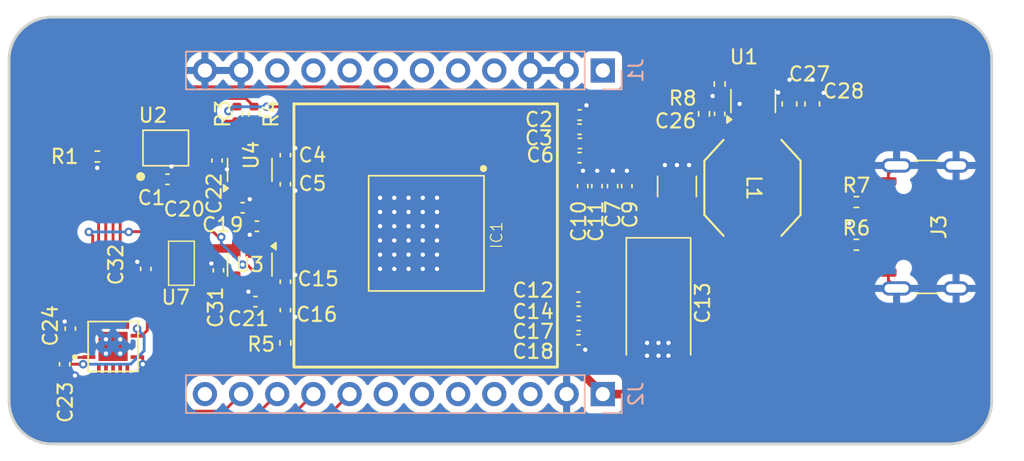
<source format=kicad_pcb>
(kicad_pcb (version 20240108) (generator "pcbnew") (generator_version "8.0")
  (layers (0 "F.Cu" signal) (31 "B.Cu" signal) (34 "B.Paste" user) (35 "F.Paste" user) (36 "B.SilkS" user "B.Silkscreen") (37 "F.SilkS" user "F.Silkscreen") (38 "B.Mask" user) (39 "F.Mask" user) (44 "Edge.Cuts" user))
  (net 0 "")
  (net 1 "/BM1397/1V8")
  (net 2 "GND")
  (net 3 "Net-(IC1-VDD1_0)")
  (net 4 "Net-(IC1-VDD2_0)")
  (net 5 "/BM1397/0V8")
  (net 6 "Net-(IC1-VDD3_0)")
  (net 7 "/BM1397/VDD")
  (net 8 "Net-(IC1-VDD3_1)")
  (net 9 "Net-(IC1-VDD2_1)")
  (net 10 "Net-(IC1-VDD1_1)")
  (net 11 "/BM1397/VBUS")
  (net 12 "/BM1397/3V3")
  (net 13 "Net-(U1-SW)")
  (net 14 "Net-(U1-CB)")
  (net 16 "/BM1397/BM_BI")
  (net 18 "/BM1397/TEMP_N")
  (net 19 "Net-(IC1-CI)")
  (net 20 "Net-(IC1-RI)")
  (net 21 "Net-(IC1-RO)")
  (net 22 "/BM1397/RST_N")
  (net 23 "/BM1397/BM_CLKI")
  (net 27 "/BM1397/TEMP_P")
  (net 32 "/T_Display_S3/GPIO11")
  (net 33 "/T_Display_S3/GPIO10")
  (net 34 "/T_Display_S3/GPIO2")
  (net 35 "/T_Display_S3/GPIO13")
  (net 36 "/T_Display_S3/GPIO1")
  (net 37 "/T_Display_S3/GPIO3")
  (net 38 "/T_Display_S3/GPIO12")
  (net 41 "unconnected-(J3-D+-PadA6)")
  (net 43 "unconnected-(J3-D--PadA7)")
  (net 44 "Net-(J3-CC1)")
  (net 46 "Net-(J3-CC2)")
  (net 48 "/BM1397/RO")
  (net 49 "/BM1397/CI")
  (net 50 "Net-(U1-FB)")
  (net 54 "/T_Display_S3/GPIO16")
  (net 55 "/T_Display_S3/GPIO21")
  (net 56 "/T_Display_S3/GPIO43{slash}CLK_OUT1")
  (net 57 "/T_Display_S3/GPIO17")
  (net 58 "/T_Display_S3/GPIO44{slash}CLK_OUT2")
  (net 59 "/T_Display_S3/GPIO18")
  (footprint "Package_TO_SOT_SMD:SOT-23-5" (layer "F.Cu") (at 91.9 61.7375 90)
    (property "Reference" "U4")
    (property "Value" "MCP1824")
  )
  (footprint "Resistor_SMD:R_0402_1005Metric" (layer "F.Cu") (at 134.5 64)
    (property "Reference" "R7")
    (property "Value" "5.1k")
  )
  (footprint "Capacitor_SMD:C_0402_1005Metric" (layer "F.Cu") (at 94.4 62.7454 -90)
    (property "Reference" "C5")
    (property "Value" "587-5514-1-ND")
  )
  (footprint "Capacitor_SMD:C_0402_1005Metric" (layer "F.Cu") (at 115.08 59.88 180)
    (property "Reference" "C6")
    (property "Value" "587-5514-1-ND")
  )
  (footprint "Capacitor_SMD:C_0603_1608Metric" (layer "F.Cu") (at 131.4 57.1 90)
    (property "Reference" "C28")
    (property "Value" "0.1uF")
  )
  (footprint "Resistor_SMD:R_0402_1005Metric" (layer "F.Cu") (at 81.2 60.8)
    (property "Reference" "R1")
    (property "Value" "1k")
  )
  (footprint "bitaxe:TXB0104" (layer "F.Cu") (at 82.3 74.15)
    (property "Reference" "U5" (hide yes))
    (property "Value" "TXB0104RGYR")
  )
  (footprint "Capacitor_SMD:C_0402_1005Metric" (layer "F.Cu") (at 89.7 68.8 90)
    (property "Reference" "C31")
    (property "Value" "1uF")
  )
  (footprint "Resistor_SMD:R_0402_1005Metric" (layer "F.Cu") (at 92.2 57.8 -90)
    (property "Reference" "R4")
    (property "Value" "0")
  )
  (footprint "Capacitor_SMD:C_0402_1005Metric" (layer "F.Cu") (at 115.06 57.88 180)
    (property "Reference" "C2")
    (property "Value" "587-5514-1-ND")
  )
  (footprint "Resistor_SMD:R_0402_1005Metric" (layer "F.Cu") (at 134.5 67)
    (property "Reference" "R6")
    (property "Value" "5.1k")
  )
  (footprint "Capacitor_SMD:C_0402_1005Metric" (layer "F.Cu") (at 78.9 75.4 -90)
    (property "Reference" "C23")
    (property "Value" "311-3342-1-ND")
  )
  (footprint "Capacitor_SMD:C_0402_1005Metric" (layer "F.Cu") (at 79.3 72.9 90)
    (property "Reference" "C24")
    (property "Value" "311-3342-1-ND")
  )
  (footprint "Capacitor_SMD:C_0402_1005Metric" (layer "F.Cu") (at 91.4 64.4)
    (property "Reference" "C20")
    (property "Value" "311-3342-1-ND")
  )
  (footprint "Resistor_SMD:R_0402_1005Metric" (layer "F.Cu") (at 124.9 55.7 -90)
    (property "Reference" "R9" (hide yes))
    (property "Value" "22.1k")
  )
  (footprint "Resistor_SMD:R_0402_1005Metric" (layer "F.Cu") (at 94.4 73.9 90)
    (property "Reference" "R5")
    (property "Value" "10k")
  )
  (footprint "Capacitor_SMD:C_0603_1608Metric" (layer "F.Cu") (at 129.8 57.1 90)
    (property "Reference" "C27")
    (property "Value" "2.2uF")
  )
  (footprint "Connector_USB:USB_C_Receptacle_GCT_USB4105-xx-A_16P_TopMnt_Horizontal" (layer "F.Cu") (at 140.425 65.75 90)
    (property "Reference" "J3")
    (property "Value" "USB_C_Receptacle_USB2.0")
  )
  (footprint "Capacitor_SMD:C_0402_1005Metric" (layer "F.Cu") (at 114.98 73.68)
    (property "Reference" "C18")
    (property "Value" "587-5514-1-ND")
  )
  (footprint "Capacitor_SMD:C_0402_1005Metric" (layer "F.Cu") (at 117.38 62.88 90)
    (property "Reference" "C7")
    (property "Value" "311-3342-1-ND")
  )
  (footprint "Capacitor_SMD:C_0402_1005Metric" (layer "F.Cu") (at 94.4 69.6 90)
    (property "Reference" "C15")
    (property "Value" "587-5514-1-ND")
  )
  (footprint "bitaxe:IND_SPM6530_TDK" (layer "F.Cu") (at 127.2 63 -90)
    (property "Reference" "L1")
    (property "Value" "2.2uH")
  )
  (footprint "Capacitor_SMD:C_0402_1005Metric" (layer "F.Cu") (at 115 72.68)
    (property "Reference" "C17")
    (property "Value" "587-5514-1-ND")
  )
  (footprint "Capacitor_SMD:C_0402_1005Metric" (layer "F.Cu") (at 84.6 68.7 90)
    (property "Reference" "C32")
    (property "Value" "1uF")
  )
  (footprint "Capacitor_SMD:C_0402_1005Metric" (layer "F.Cu") (at 115.06 58.88 180)
    (property "Reference" "C3")
    (property "Value" "587-5514-1-ND")
  )
  (footprint "Capacitor_SMD:C_0402_1005Metric" (layer "F.Cu") (at 115.28 62.88 90)
    (property "Reference" "C10")
    (property "Value" "587-5514-1-ND")
  )
  (footprint "bitaxe:O 25,0-JO32-B-1V3-1-T1-LF" (layer "F.Cu") (at 86 60.2)
    (property "Reference" "U2")
    (property "Value" "25MHz")
  )
  (footprint "Capacitor_SMD:C_0402_1005Metric" (layer "F.Cu") (at 86.12 62.4 180)
    (property "Reference" "C1")
    (property "Value" "311-3342-1-ND")
  )
  (footprint "Capacitor_Tantalum_SMD:CP_EIA-7343-31_Kemet-D_Pad2.25x2.55mm_HandSolder" (layer "F.Cu") (at 120.6 71.1 -90)
    (property "Reference" "C13")
    (property "Value" "330uF")
  )
  (footprint "Capacitor_SMD:C_0402_1005Metric" (layer "F.Cu") (at 124.9 57.8 -90)
    (property "Reference" "C26")
    (property "Value" "0.1uF")
  )
  (footprint "Capacitor_SMD:C_0402_1005Metric" (layer "F.Cu") (at 92.3 71 180)
    (property "Reference" "C21")
    (property "Value" "1uF")
  )
  (footprint "bitaxe:RT9080-33GJ5" (layer "F.Cu") (at 87.1 68.3 180)
    (property "Reference" "U7")
    (property "Value" "RT9080-33GJ5")
  )
  (footprint "Capacitor_SMD:C_0402_1005Metric" (layer "F.Cu") (at 94.4 60.7 90)
    (property "Reference" "C4")
    (property "Value" "587-5514-1-ND")
  )
  (footprint "Package_TO_SOT_SMD:SOT-23-6" (layer "F.Cu") (at 127.25 56.898394 90)
    (property "Reference" "U1")
    (property "Value" "LMR51430XDDCR")
  )
  (footprint "bitaxe:BM1397" (layer "F.Cu") (at 104.3 66.2 -90)
    (property "Reference" "IC1")
    (property "Value" "BM1397_mode1")
  )
  (footprint "Resistor_SMD:R_0402_1005Metric" (layer "F.Cu") (at 91 57.8 90)
    (property "Reference" "R3")
    (property "Value" "0")
  )
  (footprint "Capacitor_SMD:C_0402_1005Metric" (layer "F.Cu") (at 92.4 65.7 180)
    (property "Reference" "C19")
    (property "Value" "1uF")
  )
  (footprint "Capacitor_SMD:C_0402_1005Metric" (layer "F.Cu") (at 89.6 61.08 -90)
    (property "Reference" "C22")
    (property "Value" "1uF")
  )
  (footprint "Capacitor_SMD:C_0402_1005Metric" (layer "F.Cu") (at 115 71.68)
    (property "Reference" "C14")
    (property "Value" "587-5514-1-ND")
  )
  (footprint "Resistor_SMD:R_0402_1005Metric" (layer "F.Cu") (at 123.8 57.8 90)
    (property "Reference" "R8")
    (property "Value" "66.5k")
  )
  (footprint "Capacitor_SMD:C_0402_1005Metric" (layer "F.Cu") (at 116.28 62.88 90)
    (property "Reference" "C11")
    (property "Value" "587-5514-1-ND")
  )
  (footprint "Capacitor_SMD:C_0402_1005Metric" (layer "F.Cu") (at 114.98 70.68)
    (property "Reference" "C12")
    (property "Value" "587-5514-1-ND")
  )
  (footprint "Capacitor_SMD:C_1210_3225Metric" (layer "F.Cu") (at 121.9 62.9 90)
    (property "Reference" "C25" (hide yes))
    (property "Value" "100uF")
  )
  (footprint "Package_TO_SOT_SMD:SOT-23-5" (layer "F.Cu") (at 91.9 68.4 -90)
    (property "Reference" "U3")
    (property "Value" "MCP1824T-1802E")
  )
  (footprint "Capacitor_SMD:C_0402_1005Metric" (layer "F.Cu") (at 118.38 62.88 90)
    (property "Reference" "C9")
    (property "Value" "311-3342-1-ND")
  )
  (footprint "Capacitor_SMD:C_0402_1005Metric" (layer "F.Cu") (at 115.06 60.88 180)
    (property "Reference" "C8" (hide yes))
    (property "Value" "587-5514-1-ND")
  )
  (footprint "Capacitor_SMD:C_0402_1005Metric" (layer "F.Cu") (at 94.4 71.6 -90)
    (property "Reference" "C16")
    (property "Value" "587-5514-1-ND")
  )
  (footprint "Connector_PinHeader_2.54mm:PinHeader_1x12_P2.54mm_Vertical" (layer "B.Cu") (at 116.69 77.5 90)
    (property "Reference" "J2")
    (property "Value" "Conn_01x12")
  )
  (footprint "Connector_PinHeader_2.54mm:PinHeader_1x12_P2.54mm_Vertical" (layer "B.Cu") (at 116.69 54.75 90)
    (property "Reference" "J1")
    (property "Value" "Conn_01x12")
  )
  (gr_rect (start 95 57.1) (end 113.5 75.6) (stroke (width 0.2)) (fill none) (layer "F.SilkS"))
  (gr_arc (start 75 54) (mid 75.87868 51.87868) (end 78 51) (stroke (width 0.2)) (layer "Edge.Cuts"))
  (gr_arc (start 144 78) (mid 143.12132 80.12132) (end 141 81) (stroke (width 0.2)) (layer "Edge.Cuts"))
  (gr_line (start 78 81) (end 141 81) (stroke (width 0.2)) (layer "Edge.Cuts"))
  (gr_arc (start 141 51) (mid 143.12132 51.87868) (end 144 54) (stroke (width 0.2)) (layer "Edge.Cuts"))
  (gr_line (start 144 78) (end 144 54) (stroke (width 0.2)) (layer "Edge.Cuts"))
  (gr_arc (start 78 81) (mid 75.87868 80.12132) (end 75 78) (stroke (width 0.2)) (layer "Edge.Cuts"))
  (gr_line (start 141 51) (end 78 51) (stroke (width 0.2)) (layer "Edge.Cuts"))
  (gr_line (start 75 54) (end 75 78) (stroke (width 0.2)) (layer "Edge.Cuts"))
  (segment (start 89.7025 66.4625) (end 89.9 66.4625) (width 0.2) (layer "F.Cu") (net 1))
  (segment (start 79.32 73.4) (end 79.3 73.38) (width 0.2) (layer "F.Cu") (net 1))
  (segment (start 89.32 66.08) (end 83.42 66.08) (width 0.2) (layer "F.Cu") (net 1))
  (segment (start 100.6654 62.3) (end 100.7 62.2654) (width 0.2) (layer "F.Cu") (net 1))
  (segment (start 80.87 66.37) (end 80.87 71.81) (width 0.2) (layer "F.Cu") (net 1))
  (segment (start 89.32 66.08) (end 89.7025 66.4625) (width 0.2) (layer "F.Cu") (net 1))
  (segment (start 92.849999 70.950001) (end 92.849999 69.0375) (width 0.2) (layer "F.Cu") (net 1))
  (segment (start 92.849998 69.5375) (end 93.447099 70.1346) (width 0.2) (layer "F.Cu") (net 1))
  (segment (start 85.64 62.4) (end 89.32 66.08) (width 0.2) (layer "F.Cu") (net 1))
  (segment (start 94.4 73.390001) (end 92.78 71.770001) (width 0.2) (layer "F.Cu") (net 1))
  (segment (start 92.78 71.770001) (end 92.78 71.02) (width 0.2) (layer "F.Cu") (net 1))
  (segment (start 85.64 62.4) (end 85.64 59.84) (width 0.2) (layer "F.Cu") (net 1))
  (segment (start 85.64 62.4) (end 85.64 61.94) (width 0.2) (layer "F.Cu") (net 1))
  (segment (start 91.712499 68.4) (end 92.849999 69.5375) (width 0.2) (layer "F.Cu") (net 1))
  (segment (start 85.64 59.84) (end 84.95 59.15) (width 0.2) (layer "F.Cu") (net 1))
  (segment (start 85.64 61.94) (end 84.85 61.15) (width 0.2) (layer "F.Cu") (net 1))
  (segment (start 94.5346 62.3) (end 100.6654 62.3) (width 0.2) (layer "F.Cu") (net 1))
  (segment (start 80.87 71.81) (end 79.3 73.38) (width 0.2) (layer "F.Cu") (net 1))
  (segment (start 80.615 73.4) (end 79.32 73.4) (width 0.2) (layer "F.Cu") (net 1))
  (segment (start 93.447099 70.1346) (end 100.7 70.1346) (width 0.2) (layer "F.Cu") (net 1))
  (segment (start 91.4 68.4) (end 91.712499 68.4) (width 0.2) (layer "F.Cu") (net 1))
  (segment (start 83.42 66.08) (end 83.4 66.1) (width 0.2) (layer "F.Cu") (net 1))
  (segment (start 80.6 66.1) (end 80.87 66.37) (width 0.2) (layer "F.Cu") (net 1))
  (segment (start 84.85 59.25) (end 84.85 61.15) (width 0.2) (layer "F.Cu") (net 1))
  (segment (start 94.4 73.390001) (end 94.4 73.4) (width 0.2) (layer "F.Cu") (net 1))
  (segment (start 94.5 62.2654) (end 94.5346 62.3) (width 0.2) (layer "F.Cu") (net 1))
  (via (at 83.4 66.1) (size 0.6) (drill 0.3) (layers "F.Cu" "B.Cu") (net 1))
  (via (at 89.9 66.4625) (size 0.6) (drill 0.3) (layers "F.Cu" "B.Cu") (net 1))
  (via (at 80.6 66.1) (size 0.6) (drill 0.3) (layers "F.Cu" "B.Cu") (net 1))
  (via (at 91.4 68.4) (size 0.6) (drill 0.3) (layers "F.Cu" "B.Cu") (net 1))
  (segment (start 89.9 66.9) (end 89.9 66.4625) (width 0.2) (layer "B.Cu") (net 1))
  (segment (start 91.4 68.4) (end 89.9 66.9) (width 0.2) (layer "B.Cu") (net 1))
  (segment (start 83.4 66.1) (end 80.6 66.1) (width 0.2) (layer "B.Cu") (net 1))
  (segment (start 115.54 57.2) (end 115.54 57.88) (width 0.2) (layer "F.Cu") (net 2))
  (segment (start 102.14 63.61) (end 102.05 63.7) (width 0.2) (layer "F.Cu") (net 2))
  (segment (start 84.385 74.865) (end 84.37 74.85) (width 0.2) (layer "F.Cu") (net 2))
  (segment (start 84.58 68.199999) (end 84.600001 68.22) (width 0.2) (layer "F.Cu") (net 2))
  (segment (start 115.3 62.4) (end 115.3 61.8) (width 0.2) (layer "F.Cu") (net 2))
  (segment (start 129 56.3) (end 129.775 56.3) (width 0.2) (layer "F.Cu") (net 2))
  (segment (start 86.81 61.49) (end 87.4 61.49) (width 0.2) (layer "F.Cu") (net 2))
  (segment (start 91.9 62.925001) (end 91.849999 62.875) (width 0.2) (layer "F.Cu") (net 2))
  (segment (start 136.745 68.95) (end 136.745 69.495) (width 0.2) (layer "F.Cu") (net 2))
  (segment (start 132.2 56.325) (end 131.4 56.325) (width 0.2) (layer "F.Cu") (net 2))
  (segment (start 91.82 70.32) (end 91.8 70.3) (width 0.2) (layer "F.Cu") (net 2))
  (segment (start 101.66 69.09) (end 102.05 68.7) (width 0.2) (layer "F.Cu") (net 2))
  (segment (start 91.9 63.8) (end 91.88 63.82) (width 0.2) (layer "F.Cu") (net 2))
  (segment (start 101.66 70.1346) (end 101.66 69.09) (width 0.2) (layer "F.Cu") (net 2))
  (segment (start 90.3 61.7) (end 90.2 61.6) (width 0.2) (layer "F.Cu") (net 2))
  (segment (start 91.9 64.28) (end 91.9 62.925001) (width 0.2) (layer "F.Cu") (net 2))
  (segment (start 102.05 67.45) (end 102.05 67.25) (width 0.2) (layer "F.Cu") (net 2))
  (segment (start 105.5 63.25) (end 105.05 63.7) (width 0.2) (layer "F.Cu") (net 2))
  (segment (start 84 68.199999) (end 84.58 68.199999) (width 0.2) (layer "F.Cu") (net 2))
  (segment (start 95.1 60.2) (end 94.4746 60.2) (width 0.2) (layer "F.Cu") (net 2))
  (segment (start 101.66 68.84) (end 102.05 68.45) (width 0.2) (layer "F.Cu") (net 2))
  (segment (start 103.05 66.25) (end 103.1 66.2) (width 0.2) (layer "F.Cu") (net 2))
  (segment (start 102.05 68.45) (end 101.66 68.06) (width 0.2) (layer "F.Cu") (net 2))
  (segment (start 91.9 67.2625) (end 91.9 66.3) (width 0.2) (layer "F.Cu") (net 2))
  (segment (start 91.9 66.3) (end 91.9 65.82) (width 0.2) (layer "F.Cu") (net 2))
  (segment (start 115.46 74.38) (end 115.46 73.68) (width 0.2) (layer "F.Cu") (net 2))
  (segment (start 91.88 64.3) (end 91.9 64.28) (width 0.2) (layer "F.Cu") (net 2))
  (segment (start 91.9 65.82) (end 91.92 65.8) (width 0.2) (layer "F.Cu") (net 2))
  (segment (start 95.1 69.12) (end 94.4 69.12) (width 0.2) (layer "F.Cu") (net 2))
  (segment (start 88.499999 68.322049) (end 88.47795 68.3) (width 0.2) (layer "F.Cu") (net 2))
  (segment (start 133.99 65.49) (end 133.99 64) (width 0.2) (layer "F.Cu") (net 2))
  (segment (start 80.690001 61.105) (end 80.690001 60.8) (width 0.2) (layer "F.Cu") (net 2))
  (segment (start 86.8 61.5) (end 86.81 61.49) (width 0.2) (layer "F.Cu") (net 2))
  (segment (start 90.2 61.6) (end 89.6 61.6) (width 0.2) (layer "F.Cu") (net 2))
  (segment (start 94.5254 63.2) (end 94.5 63.2254) (width 0.2) (layer "F.Cu") (net 2))
  (segment (start 102.14 62.2654) (end 102.14 63.61) (width 0.2) (layer "F.Cu") (net 2))
  (segment (start 136.745 62.55) (end 136.745 62.005) (width 0.2) (layer "F.Cu") (net 2))
  (segment (start 102.85 66.45) (end 103.05 66.45) (width 0.2) (layer "F.Cu") (net 2))
  (segment (start 79.22 76.2) (end 78.9 75.88) (width 0.2) (layer "F.Cu") (net 2))
  (segment (start 78.9 72.4) (end 79.28 72.4) (width 0.2) (layer "F.Cu") (net 2))
  (segment (start 86.4 61.5) (end 86.8 61.5) (width 0.2) (layer "F.Cu") (net 2))
  (segment (start 89.2 68.322049) (end 89.697951 68.322049) (width 0.2) (layer "F.Cu") (net 2))
  (segment (start 116.3 62.42) (end 116.28 62.4) (width 0.2) (layer "F.Cu") (net 2))
  (segment (start 117.4 62.4) (end 117.4 61.8) (width 0.2) (layer "F.Cu") (net 2))
  (segment (start 124.563234 56.546765) (end 124.9 56.209999) (width 0.2) (layer "F.Cu") (net 2))
  (segment (start 101.85 67.45) (end 102.05 67.45) (width 0.2) (layer "F.Cu") (net 2))
  (segment (start 79.621644 76.2) (end 79.22 76.2) (width 0.2) (layer "F.Cu") (net 2))
  (segment (start 134 65.5) (end 133.99 65.49) (width 0.2) (layer "F.Cu") (net 2))
  (segment (start 95.1 72.08) (end 94.4 72.08) (width 0.2) (layer "F.Cu") (net 2))
  (segment (start 86.6 62.4) (end 86.6 61.7) (width 0.2) (layer "F.Cu") (net 2))
  (segment (start 129.775 56.3) (end 129.8 56.325) (width 0.2) (layer "F.Cu") (net 2))
  (segment (start 81.185001 61.6) (end 80.690001 61.105) (width 0.2) (layer "F.Cu") (net 2))
  (segment (start 101.66 68.06) (end 101.66 67.64) (width 0.2) (layer "F.Cu") (net 2))
  (segment (start 102.05 67.25) (end 102.85 66.45) (width 0.2) (layer "F.Cu") (net 2))
  (segment (start 118.38 62.4) (end 118.38 61.8) (width 0.2) (layer "F.Cu") (net 2))
  (segment (start 103.05 66.45) (end 103.05 66.25) (width 0.2) (layer "F.Cu") (net 2))
  (segment (start 105.5 62.2654) (end 105.5 63.25) (width 0.2) (layer "F.Cu") (net 2))
  (segment (start 101.66 67.64) (end 101.85 67.45) (width 0.2) (layer "F.Cu") (net 2))
  (segment (start 136.745 69.495) (end 137.32 70.07) (width 0.2) (layer "F.Cu") (net 2))
  (segment (start 86.6 61.7) (end 87.15 61.15) (width 0.2) (layer "F.Cu") (net 2))
  (segment (start 124.4 56.546765) (end 124.563234 56.546765) (width 0.2) (layer "F.Cu") (net 2))
  (segment (start 136.745 62.005) (end 137.32 61.43) (width 0.2) (layer "F.Cu") (net 2))
  (segment (start 91.82 71) (end 91.82 70.32) (width 0.2) (layer "F.Cu") (net 2))
  (segment (start 134 65.5) (end 133.99 65.51) (width 0.2) (layer "F.Cu") (net 2))
  (segment (start 116.3 62.4) (end 116.3 61.8) (width 0.2) (layer "F.Cu") (net 2))
  (segment (start 95.1 63.2) (end 94.5254 63.2) (width 0.2) (layer "F.Cu") (net 2))
  (segment (start 133.99 65.51) (end 133.99 67) (width 0.2) (layer "F.Cu") (net 2))
  (segment (start 89.2 68.322049) (end 88.499999 68.322049) (width 0.2) (layer "F.Cu") (net 2))
  (segment (start 89.697951 68.322049) (end 89.7 68.32) (width 0.2) (layer "F.Cu") (net 2))
  (segment (start 84.385 75.4) (end 84.385 74.865) (width 0.2) (layer "F.Cu") (net 2))
  (segment (start 79.28 72.4) (end 79.3 72.42) (width 0.2) (layer "F.Cu") (net 2))
  (segment (start 126.3 57.1) (end 126.3 58.035894) (width 0.6) (layer "F.Cu") (net 2))
  (segment (start 91.88 63.82) (end 91.88 64.3) (width 0.2) (layer "F.Cu") (net 2))
  (via (at 104.05 65.7) (size 0.6) (drill 0.3) (layers "F.Cu" "B.Cu") (net 2))
  (via (at 134 65.5) (size 0.6) (drill 0.3) (layers "F.Cu" "B.Cu") (net 2))
  (via (at 121.3 74.8) (size 0.6) (drill 0.3) (layers "F.Cu" "B.Cu") (net 2))
  (via (at 101.05 64.7) (size 0.6) (drill 0.3) (layers "F.Cu" "B.Cu") (net 2))
  (via (at 79.621644 76.2) (size 0.6) (drill 0.3) (layers "F.Cu" "B.Cu") (net 2))
  (via (at 118.38 61.8) (size 0.6) (drill 0.3) (layers "F.Cu" "B.Cu") (net 2))
  (via (at 105.05 66.7) (size 0.6) (drill 0.3) (layers "F.Cu" "B.Cu") (net 2))
  (via (at 129.8 55.4) (size 0.6) (drill 0.3) (layers "F.Cu" "B.Cu") (net 2))
  (via (at 95.1 63.2) (size 0.6) (drill 0.3) (layers "F.Cu" "B.Cu") (net 2))
  (via (at 115.54 57.2) (size 0.6) (drill 0.3) (layers "F.Cu" "B.Cu") (net 2))
  (via (at 104.05 64.7) (size 0.6) (drill 0.3) (layers "F.Cu" "B.Cu") (net 2))
  (via (at 105.05 63.7) (size 0.6) (drill 0.3) (layers "F.Cu" "B.Cu") (net 2))
  (via (at 132.2 56.325) (size 0.6) (drill 0.3) (layers "F.Cu" "B.Cu") (net 2))
  (via (at 91.9 66.3) (size 0.6) (drill 0.3) (layers "F.Cu" "B.Cu") (net 2))
  (via (at 101.05 68.7) (size 0.6) (drill 0.3) (layers "F.Cu" "B.Cu") (net 2))
  (via (at 131.4 55.4) (size 0.6) (drill 0.3) (layers "F.Cu" "B.Cu") (net 2))
  (via (at 102.05 66.7) (size 0.6) (drill 0.3) (layers "F.Cu" "B.Cu") (net 2))
  (via (at 103.05 63.7) (size 0.6) (drill 0.3) (layers "F.Cu" "B.Cu") (net 2))
  (via (at 84 68.199999) (size 0.6) (drill 0.3) (layers "F.Cu" "B.Cu") (net 2))
  (via (at 91.8 70.3) (size 0.6) (drill 0.3) (layers "F.Cu" "B.Cu") (net 2))
  (via (at 103.05 68.7) (size 0.6) (drill 0.3) (layers "F.Cu" "B.Cu") (net 2))
  (via (at 103.05 64.7) (size 0.6) (drill 0.3) (layers "F.Cu" "B.Cu") (net 2))
  (via (at 126.3 57.1) (size 0.6) (drill 0.3) (layers "F.Cu" "B.Cu") (net 2))
  (via (at 90.3 61.7) (size 0.6) (drill 0.3) (layers "F.Cu" "B.Cu") (net 2))
  (via (at 105.05 68.7) (size 0.6) (drill 0.3) (layers "F.Cu" "B.Cu") (net 2))
  (via (at 84.385 75.4) (size 0.6) (drill 0.3) (layers "F.Cu" "B.Cu") (net 2))
  (via (at 104.05 63.7) (size 0.6) (drill 0.3) (layers "F.Cu" "B.Cu") (net 2))
  (via (at 104.05 66.7) (size 0.6) (drill 0.3) (layers "F.Cu" "B.Cu") (net 2))
  (via (at 95.1 60.2) (size 0.6) (drill 0.3) (layers "F.Cu" "B.Cu") (net 2))
  (via (at 101.05 65.7) (size 0.6) (drill 0.3) (layers "F.Cu" "B.Cu") (net 2))
  (via (at 89.2 68.322049) (size 0.6) (drill 0.3) (layers "F.Cu" "B.Cu") (net 2))
  (via (at 101.05 63.7) (size 0.6) (drill 0.3) (layers "F.Cu" "B.Cu") (net 2))
  (via (at 115.46 74.38) (size 0.6) (drill 0.3) (layers "F.Cu" "B.Cu") (net 2))
  (via (at 129 56.3) (size 0.6) (drill 0.3) (layers "F.Cu" "B.Cu") (net 2))
  (via (at 102.05 64.7) (size 0.6) (drill 0.3) (layers "F.Cu" "B.Cu") (net 2))
  (via (at 78.9 72.4) (size 0.6) (drill 0.3) (layers "F.Cu" "B.Cu") (net 2))
  (via (at 121.3 73.9) (size 0.6) (drill 0.3) (layers "F.Cu" "B.Cu") (net 2))
  (via (at 119.8 73.9) (size 0.6) (drill 0.3) (layers "F.Cu" "B.Cu") (net 2))
  (via (at 120.6 74.8) (size 0.6) (drill 0.3) (layers "F.Cu" "B.Cu") (net 2))
  (via (at 116.3 61.8) (size 0.6) (drill 0.3) (layers "F.Cu" "B.Cu") (net 2))
  (via (at 95.1 72.08) (size 0.6) (drill 0.3) (layers "F.Cu" "B.Cu") (net 2))
  (via (at 103.05 66.7) (size 0.6) (drill 0.3) (layers "F.Cu" "B.Cu") (net 2))
  (via (at 105.05 67.7) (size 0.6) (drill 0.3) (layers "F.Cu" "B.Cu") (net 2))
  (via (at 105.05 64.7) (size 0.6) (drill 0.3) (layers "F.Cu" "B.Cu") (net 2))
  (via (at 122.75 61.4) (size 0.6) (drill 0.3) (layers "F.Cu" "B.Cu") (net 2))
  (via (at 95.1 69.12) (size 0.6) (drill 0.3) (layers "F.Cu" "B.Cu") (net 2))
  (via (at 102.05 68.7) (size 0.6) (drill 0.3) (layers "F.Cu" "B.Cu") (net 2))
  (via (at 91.9 63.8) (size 0.6) (drill 0.3) (layers "F.Cu" "B.Cu") (net 2))
  (via (at 81.185001 61.6) (size 0.6) (drill 0.3) (layers "F.Cu" "B.Cu") (net 2))
  (via (at 86.4 61.5) (size 0.6) (drill 0.3) (layers "F.Cu" "B.Cu") (net 2))
  (via (at 101.05 67.7) (size 0.6) (drill 0.3) (layers "F.Cu" "B.Cu") (net 2))
  (via (at 104.05 68.7) (size 0.6) (drill 0.3) (layers "F.Cu" "B.Cu") (net 2))
  (via (at 120.6 73.9) (size 0.6) (drill 0.3) (layers "F.Cu" "B.Cu") (net 2))
  (via (at 103.05 67.7) (size 0.6) (drill 0.3) (layers "F.Cu" "B.Cu") (net 2))
  (via (at 104.05 67.7) (size 0.6) (drill 0.3) (layers "F.Cu" "B.Cu") (net 2))
  (via (at 115.3 61.8) (size 0.6) (drill 0.3) (layers "F.Cu" "B.Cu") (net 2))
  (via (at 121.05 61.4) (size 0.6) (drill 0.3) (layers "F.Cu" "B.Cu") (net 2))
  (via (at 121.9 61.4) (size 0.6) (drill 0.3) (layers "F.Cu" "B.Cu") (net 2))
  (via (at 102.05 67.7) (size 0.6) (drill 0.3) (layers "F.Cu" "B.Cu") (net 2))
  (via (at 105.05 65.7) (size 0.6) (drill 0.3) (layers "F.Cu" "B.Cu") (net 2))
  (via (at 117.4 61.8) (size 0.6) (drill 0.3) (layers "F.Cu" "B.Cu") (net 2))
  (via (at 124.4 56.546765) (size 0.6) (drill 0.3) (layers "F.Cu" "B.Cu") (net 2))
  (via (at 119.8 74.8) (size 0.6) (drill 0.3) (layers "F.Cu" "B.Cu") (net 2))
  (via (at 102.05 63.7) (size 0.6) (drill 0.3) (layers "F.Cu" "B.Cu") (net 2))
  (via (at 101.05 66.7) (size 0.6) (drill 0.3) (layers "F.Cu" "B.Cu") (net 2))
  (via (at 102.05 65.7) (size 0.6) (drill 0.3) (layers "F.Cu" "B.Cu") (net 2))
  (via (at 103.05 65.7) (size 0.6) (drill 0.3) (layers "F.Cu" "B.Cu") (net 2))
  (segment (start 110.80579 57.88) (end 106.895 61.79079) (width 0.2) (layer "F.Cu") (net 3))
  (segment (start 106.895 61.79079) (end 106.895 62.2204) (width 0.2) (layer "F.Cu") (net 3))
  (segment (start 114.58 57.88) (end 110.80579 57.88) (width 0.2) (layer "F.Cu") (net 3))
  (segment (start 115.54 58.84) (end 114.58 57.88) (width 0.2) (layer "F.Cu") (net 3))
  (segment (start 106.895 62.2204) (end 106.94 62.2654) (width 0.2) (layer "F.Cu") (net 3))
  (segment (start 115.54 58.88) (end 115.54 58.84) (width 0.2) (layer "F.Cu") (net 3))
  (segment (start 110.371476 58.88) (end 107.42 61.831476) (width 0.2) (layer "F.Cu") (net 4))
  (segment (start 114.58 58.88) (end 114.5 58.8) (width 0.2) (layer "F.Cu") (net 4))
  (segment (start 107.42 61.831476) (end 107.42 62.2654) (width 0.2) (layer "F.Cu") (net 4))
  (segment (start 115.56 59.88) (end 115.56 59.86) (width 0.2) (layer "F.Cu") (net 4))
  (segment (start 115.56 59.86) (end 114.58 58.88) (width 0.2) (layer "F.Cu") (net 4))
  (segment (start 114.58 58.88) (end 110.371476 58.88) (width 0.2) (layer "F.Cu") (net 4))
  (segment (start 94.42 71.1) (end 100.648524 71.1) (width 0.2) (layer "F.Cu") (net 5))
  (segment (start 101.66 61.66) (end 101.66 62.2654) (width 0.2) (layer "F.Cu") (net 5))
  (segment (start 94.5 61.18) (end 101.18 61.18) (width 0.2) (layer "F.Cu") (net 5))
  (segment (start 101.18 61.18) (end 101.66 61.66) (width 0.2) (layer "F.Cu") (net 5))
  (segment (start 89.6 60.6) (end 90.9 60.6) (width 0.2) (layer "F.Cu") (net 5))
  (segment (start 94.1175 61.5625) (end 94.5 61.18) (width 0.2) (layer "F.Cu") (net 5))
  (segment (start 90.9 60.6) (end 91.8625 61.5625) (width 0.2) (layer "F.Cu") (net 5))
  (segment (start 94.4 71.12) (end 94.42 71.1) (width 0.2) (layer "F.Cu") (net 5))
  (segment (start 100.648524 71.1) (end 101.18 70.568524) (width 0.2) (layer "F.Cu") (net 5))
  (segment (start 91.8625 61.5625) (end 94.1175 61.5625) (width 0.2) (layer "F.Cu") (net 5))
  (segment (start 101.18 62.2654) (end 101.18 61.18) (width 0.2) (layer "F.Cu") (net 5))
  (segment (start 101.18 70.568524) (end 101.18 70.1346) (width 0.2) (layer "F.Cu") (net 5))
  (segment (start 115.54 60.82) (end 114.6 59.88) (width 0.2) (layer "F.Cu") (net 6))
  (segment (start 114.6 59.88) (end 109.937162 59.88) (width 0.2) (layer "F.Cu") (net 6))
  (segment (start 107.9 61.917162) (end 107.9 62.2654) (width 0.2) (layer "F.Cu") (net 6))
  (segment (start 109.937162 59.88) (end 107.9 61.917162) (width 0.2) (layer "F.Cu") (net 6))
  (segment (start 115.54 60.88) (end 115.54 60.82) (width 0.2) (layer "F.Cu") (net 6))
  (segment (start 123.8 58.31) (end 123.9 58.41) (width 0.2) (layer "F.Cu") (net 7))
  (segment (start 114.58 63.18) (end 114.6 63.2) (width 0.2) (layer "F.Cu") (net 7))
  (segment (start 123.9 62.375001) (end 121.9 64.375001) (width 0.2) (layer "F.Cu") (net 7))
  (segment (start 114.5 70.68) (end 114.5 68.34) (width 0.2) (layer "F.Cu") (net 7))
  (segment (start 114.58 60.88) (end 114.58 63.18) (width 0.2) (layer "F.Cu") (net 7))
  (segment (start 123.9 58.41) (end 123.9 62.375001) (width 0.2) (layer "F.Cu") (net 7))
  (segment (start 115.46 70.74) (end 114.52 71.68) (width 0.2) (layer "F.Cu") (net 8))
  (segment (start 109.097162 71.68) (end 107.9 70.482838) (width 0.2) (layer "F.Cu") (net 8))
  (segment (start 115.46 70.68) (end 115.46 70.74) (width 0.2) (layer "F.Cu") (net 8))
  (segment (start 107.9 70.482838) (end 107.9 70.1346) (width 0.2) (layer "F.Cu") (net 8))
  (segment (start 114.52 71.68) (end 109.097162 71.68) (width 0.2) (layer "F.Cu") (net 8))
  (segment (start 109.531476 72.68) (end 107.42 70.568524) (width 0.2) (layer "F.Cu") (net 9))
  (segment (start 107.42 70.568524) (end 107.42 70.1346) (width 0.2) (layer "F.Cu") (net 9))
  (segment (start 115.48 71.72) (end 114.52 72.68) (width 0.2) (layer "F.Cu") (net 9))
  (segment (start 115.48 71.68) (end 115.48 71.72) (width 0.2) (layer "F.Cu") (net 9))
  (segment (start 109.911476 72.68) (end 109.531476 72.68) (width 0.2) (layer "F.Cu") (net 9))
  (segment (start 114.52 72.68) (end 109.911476 72.68) (width 0.2) (layer "F.Cu") (net 9))
  (segment (start 114.5 73.68) (end 110.34579 73.68) (width 0.2) (layer "F.Cu") (net 10))
  (segment (start 115.48 72.68) (end 115.48 72.7) (width 0.2) (layer "F.Cu") (net 10))
  (segment (start 109.96579 73.68) (end 106.94 70.65421) (width 0.2) (layer "F.Cu") (net 10))
  (segment (start 115.48 72.7) (end 114.5 73.68) (width 0.2) (layer "F.Cu") (net 10))
  (segment (start 106.94 70.65421) (end 106.94 70.1346) (width 0.2) (layer "F.Cu") (net 10))
  (segment (start 110.34579 73.68) (end 109.96579 73.68) (width 0.2) (layer "F.Cu") (net 10))
  (segment (start 127.25 56.45) (end 128.2 57.4) (width 0.2) (layer "F.Cu") (net 11))
  (segment (start 87.55145 71.42855) (end 88.54 70.44) (width 0.6) (layer "F.Cu") (net 11))
  (segment (start 90.950001 67.2625) (end 87.7598 67.2625) (width 0.6) (layer "F.Cu") (net 11))
  (segment (start 87.55145 72.777951) (end 87.55145 71.42855) (width 0.6) (layer "F.Cu") (net 11))
  (segment (start 132.1 58.575) (end 131.4 57.875) (width 0.6) (layer "F.Cu") (net 11))
  (segment (start 88.762274 75.51) (end 114.7 75.51) (width 0.6) (layer "F.Cu") (net 11))
  (segment (start 132.934116 68.15) (end 132.1 67.315884) (width 0.6) (layer "F.Cu") (net 11))
  (segment (start 87.5017 67.5206) (end 87.5017 67.5983) (width 0.6) (layer "F.Cu") (net 11))
  (segment (start 116.69 77.5) (end 116.89 77.3) (width 0.2) (layer "F.Cu") (net 11))
  (segment (start 92.88 65.8) (end 92.88 62.955002) (width 0.2) (layer "F.Cu") (net 11))
  (segment (start 116.69 77.5) (end 123.7 77.5) (width 0.6) (layer "F.Cu") (net 11))
  (segment (start 87.55145 71.42855) (end 87.5017 71.3788) (width 0.6) (layer "F.Cu") (net 11))
  (segment (start 132.1 59.403394) (end 132.1 58.575) (width 0.6) (layer "F.Cu") (net 11))
  (segment (start 87.55145 72.77795) (end 87.55145 74.299176) (width 0.6) (layer "F.Cu") (net 11))
  (segment (start 133.05 68.15) (end 133.918232 68.15) (width 0.6) (layer "F.Cu") (net 11))
  (segment (start 88.47795 70.37795) (end 88.47795 69.2398) (width 0.6) (layer "F.Cu") (net 11))
  (segment (start 136.745 68.15) (end 133.918232 68.15) (width 0.6) (layer "F.Cu") (net 11))
  (segment (start 90.9 64.32) (end 90.92 64.3) (width 0.2) (layer "F.Cu") (net 11))
  (segment (start 128.2 58.035894) (end 128.2 57.4) (width 0.6) (layer "F.Cu") (net 11))
  (segment (start 90.9 64.32) (end 90.9 62.875) (width 0.2) (layer "F.Cu") (net 11))
  (segment (start 92.88 65.8) (end 92.88 67.232499) (width 0.2) (layer "F.Cu") (net 11))
  (segment (start 92.88 62.955002) (end 92.799998 62.875) (width 0.2) (layer "F.Cu") (net 11))
  (segment (start 87.5017 67.5983) (end 87.7398 67.3602) (width 0.6) (layer "F.Cu") (net 11))
  (segment (start 123.7 77.5) (end 133.05 68.15) (width 0.6) (layer "F.Cu") (net 11))
  (segment (start 127.25 55.760894) (end 127.25 56.45) (width 0.2) (layer "F.Cu") (net 11))
  (segment (start 136.745 63.35) (end 136.046606 63.35) (width 0.6) (layer "F.Cu") (net 11))
  (segment (start 92.88 67.232499) (end 92.849999 67.2625) (width 0.2) (layer "F.Cu") (net 11))
  (segment (start 87.7398 67.3602) (end 88.47795 67.3602) (width 0.6) (layer "F.Cu") (net 11))
  (segment (start 129.8 57.875) (end 128.360894 57.875) (width 0.6) (layer "F.Cu") (net 11))
  (segment (start 132.1 67.315884) (end 132.1 59.403394) (width 0.6) (layer "F.Cu") (net 11))
  (segment (start 88.54 70.44) (end 89.7 69.28) (width 0.6) (layer "F.Cu") (net 11))
  (segment (start 87.55145 74.299176) (end 88.762274 75.51) (width 0.6) (layer "F.Cu") (net 11))
  (segment (start 87.7598 67.2625) (end 87.5017 67.5206) (width 0.6) (layer "F.Cu") (net 11))
  (segment (start 136.745 68.15) (end 137.072563 68.15) (width 0.6) (layer "F.Cu") (net 11))
  (segment (start 88.54 70.44) (end 88.47795 70.37795) (width 0.6) (layer "F.Cu") (net 11))
  (segment (start 87.5017 71.3788) (end 87.5017 67.5983) (width 0.6) (layer "F.Cu") (net 11))
  (segment (start 136.046606 63.35) (end 132.1 59.403394) (width 0.6) (layer "F.Cu") (net 11))
  (segment (start 114.7 75.51) (end 116.69 77.5) (width 0.6) (layer "F.Cu") (net 11))
  (segment (start 131.4 57.875) (end 129.8 57.875) (width 0.6) (layer "F.Cu") (net 11))
  (segment (start 128.360894 57.875) (end 128.2 58.035894) (width 0.6) (layer "F.Cu") (net 11))
  (segment (start 133.918232 68.15) (end 132.934116 68.15) (width 0.6) (layer "F.Cu") (net 11))
  (segment (start 84.37 73.35) (end 84.70705 73.01295) (width 0.2) (layer "F.Cu") (net 12))
  (segment (start 80.2 75.4) (end 79.38 75.4) (width 0.2) (layer "F.Cu") (net 12))
  (segment (start 80.595 74.92) (end 80.615 74.9) (width 0.2) (layer "F.Cu") (net 12))
  (segment (start 85.72205 69.2398) (end 84.6598 69.2398) (width 0.2) (layer "F.Cu") (net 12))
  (segment (start 83.985 73.4) (end 83.985 72.9) (width 0.2) (layer "F.Cu") (net 12))
  (segment (start 79.38 75.4) (end 78.9 74.92) (width 0.2) (layer "F.Cu") (net 12))
  (segment (start 84.70705 73.01295) (end 84.70705 69.2398) (width 0.2) (layer "F.Cu") (net 12))
  (segment (start 84.6598 69.2398) (end 84.6 69.18) (width 0.2) (layer "F.Cu") (net 12))
  (segment (start 78.9 74.92) (end 80.595 74.92) (width 0.2) (layer "F.Cu") (net 12))
  (via (at 80.2 75.4) (size 0.6) (drill 0.3) (layers "F.Cu" "B.Cu") (net 12))
  (via (at 83.985 72.9) (size 0.6) (drill 0.3) (layers "F.Cu" "B.Cu") (net 12))
  (segment (start 84.485 73.4) (end 83.985 72.9) (width 0.2) (layer "B.Cu") (net 12))
  (segment (start 83.533529 75.4) (end 84.485 74.448529) (width 0.2) (layer "B.Cu") (net 12))
  (segment (start 84.485 74.448529) (end 84.485 73.4) (width 0.2) (layer "B.Cu") (net 12))
  (segment (start 80.2 75.4) (end 83.533529 75.4) (width 0.2) (layer "B.Cu") (net 12))
  (segment (start 127.4 60.9) (end 127.4 60.425) (width 0.6) (layer "F.Cu") (net 13))
  (segment (start 127.25 58.035894) (end 127.25 60.175) (width 0.6) (layer "F.Cu") (net 13))
  (segment (start 127.25 60.175) (end 127.2 60.225) (width 0.6) (layer "F.Cu") (net 13))
  (segment (start 127.4 60.425) (end 127.2 60.225) (width 0.6) (layer "F.Cu") (net 13))
  (segment (start 124.9 58.7) (end 126.425 60.225) (width 0.2) (layer "F.Cu") (net 13))
  (segment (start 126.425 60.225) (end 127.2 60.225) (width 0.2) (layer "F.Cu") (net 13))
  (segment (start 124.9 58.28) (end 124.9 58.7) (width 0.2) (layer "F.Cu") (net 13))
  (segment (start 124.9 57.160894) (end 124.9 57.32) (width 0.2) (layer "F.Cu") (net 14))
  (segment (start 126.3 55.760894) (end 124.9 57.160894) (width 0.2) (layer "F.Cu") (net 14))
  (segment (start 81.285 62.548528) (end 81.285 72.465) (width 0.2) (layer "F.Cu") (net 16))
  (segment (start 80.1 61.363528) (end 81.285 62.548528) (width 0.2) (layer "F.Cu") (net 16))
  (segment (start 80.1 60.302942) (end 80.1 61.363528) (width 0.2) (layer "F.Cu") (net 16))
  (segment (start 84.502942 55.9) (end 80.1 60.302942) (width 0.2) (layer "F.Cu") (net 16))
  (segment (start 104.54 62.2654) (end 104.54 58.84) (width 0.2) (layer "F.Cu") (net 16))
  (segment (start 101.6 55.9) (end 84.502942 55.9) (width 0.2) (layer "F.Cu") (net 16))
  (segment (start 104.54 58.84) (end 101.6 55.9) (width 0.2) (layer "F.Cu") (net 16))
  (segment (start 92.2 58.309999) (end 101.809999 58.309999) (width 0.2) (layer "F.Cu") (net 19))
  (segment (start 103.1 59.6) (end 103.1 62.2654) (width 0.2) (layer "F.Cu") (net 19))
  (segment (start 101.809999 58.309999) (end 103.1 59.6) (width 0.2) (layer "F.Cu") (net 19))
  (segment (start 94.409999 74.4) (end 101.668524 74.4) (width 0.2) (layer "F.Cu") (net 20))
  (segment (start 105.5 70.568524) (end 105.5 70.1346) (width 0.2) (layer "F.Cu") (net 20))
  (segment (start 94.4 74.409999) (end 94.409999 74.4) (width 0.2) (layer "F.Cu") (net 20))
  (segment (start 101.668524 74.4) (end 105.5 70.568524) (width 0.2) (layer "F.Cu") (net 20))
  (segment (start 90.709999 57.290001) (end 91 57.290001) (width 0.2) (layer "F.Cu") (net 21))
  (segment (start 101.5 57.3) (end 103.58 59.38) (width 0.2) (layer "F.Cu") (net 21))
  (segment (start 103.58 59.38) (end 103.58 62.2654) (width 0.2) (layer "F.Cu") (net 21))
  (segment (start 90.4 57.6) (end 90.709999 57.290001) (width 0.2) (layer "F.Cu") (net 21))
  (segment (start 93.1 57.3) (end 101.5 57.3) (width 0.2) (layer "F.Cu") (net 21))
  (via (at 90.4 57.6) (size 0.6) (drill 0.3) (layers "F.Cu" "B.Cu") (net 21))
  (via (at 93.1 57.3) (size 0.6) (drill 0.3) (layers "F.Cu" "B.Cu") (net 21))
  (segment (start 90.4 57.6) (end 90.7 57.3) (width 0.2) (layer "B.Cu") (net 21))
  (segment (start 90.7 57.3) (end 93.1 57.3) (width 0.2) (layer "B.Cu") (net 21))
  (segment (start 84.648627 56.320001) (end 81.785001 59.183627) (width 0.2) (layer "F.Cu") (net 22))
  (segment (start 104.06 62.2654) (end 104.06 59.16) (width 0.2) (layer "F.Cu") (net 22))
  (segment (start 81.785001 59.283627) (end 81.785001 72.45) (width 0.2) (layer "F.Cu") (net 22))
  (segment (start 101.220001 56.320001) (end 84.648627 56.320001) (width 0.2) (layer "F.Cu") (net 22))
  (segment (start 81.785001 59.183627) (end 81.785001 59.283627) (width 0.2) (layer "F.Cu") (net 22))
  (segment (start 104.06 59.16) (end 101.220001 56.320001) (width 0.2) (layer "F.Cu") (net 22))
  (segment (start 101.95 59.25) (end 102.62 59.92) (width 0.2) (layer "F.Cu") (net 23))
  (segment (start 87.15 59.25) (end 101.95 59.25) (width 0.2) (layer "F.Cu") (net 23))
  (segment (start 102.62 59.92) (end 102.62 62.2654) (width 0.2) (layer "F.Cu") (net 23))
  (segment (start 81.3 76.531969) (end 84.768031 80) (width 0.2) (layer "F.Cu") (net 33))
  (segment (start 96.41 80) (end 98.91 77.5) (width 0.2) (layer "F.Cu") (net 33))
  (segment (start 81.3 75.835) (end 81.3 76.531969) (width 0.2) (layer "F.Cu") (net 33))
  (segment (start 84.768031 80) (end 96.41 80) (width 0.2) (layer "F.Cu") (net 33))
  (segment (start 82.3 75.835) (end 82.3 76.400598) (width 0.2) (layer "F.Cu") (net 34))
  (segment (start 92.13 79.2) (end 93.83 77.5) (width 0.2) (layer "F.Cu") (net 34))
  (segment (start 85.099402 79.2) (end 92.13 79.2) (width 0.2) (layer "F.Cu") (net 34))
  (segment (start 82.3 76.400598) (end 85.099402 79.2) (width 0.2) (layer "F.Cu") (net 34))
  (segment (start 85.165088 78.7) (end 86.2 78.7) (width 0.2) (layer "F.Cu") (net 36))
  (segment (start 82.799999 76.334911) (end 85.165088 78.7) (width 0.2) (layer "F.Cu") (net 36))
  (segment (start 82.799999 75.835) (end 82.799999 76.334911) (width 0.2) (layer "F.Cu") (net 36))
  (segment (start 90.09 78.7) (end 91.29 77.5) (width 0.2) (layer "F.Cu") (net 36))
  (segment (start 86.1 78.7) (end 90.09 78.7) (width 0.2) (layer "F.Cu") (net 36))
  (segment (start 94.27 79.6) (end 96.37 77.5) (width 0.2) (layer "F.Cu") (net 37))
  (segment (start 84.933716 79.6) (end 94.27 79.6) (width 0.2) (layer "F.Cu") (net 37))
  (segment (start 81.800001 76.466285) (end 84.933716 79.6) (width 0.2) (layer "F.Cu") (net 37))
  (segment (start 81.800001 75.835) (end 81.800001 76.466285) (width 0.2) (layer "F.Cu") (net 37))
  (segment (start 136.745 65) (end 137.35241 65) (width 0.2) (layer "F.Cu") (net 41))
  (segment (start 137.7 65.34759) (end 137.7 65.65241) (width 0.2) (layer "F.Cu") (net 41))
  (segment (start 137.35241 66) (end 136.745 66) (width 0.2) (layer "F.Cu") (net 41))
  (segment (start 137.35241 65) (end 137.7 65.34759) (width 0.2) (layer "F.Cu") (net 41))
  (segment (start 137.7 65.65241) (end 137.35241 66) (width 0.2) (layer "F.Cu") (net 41))
  (segment (start 136.13759 66.5) (end 136.745 66.5) (width 0.2) (layer "F.Cu") (net 43))
  (segment (start 135.87 66.23241) (end 136.13759 66.5) (width 0.2) (layer "F.Cu") (net 43))
  (segment (start 136.13759 65.5) (end 135.87 65.76759) (width 0.2) (layer "F.Cu") (net 43))
  (segment (start 136.745 65.5) (end 136.13759 65.5) (width 0.2) (layer "F.Cu") (net 43))
  (segment (start 135.87 65.76759) (end 135.87 66.23241) (width 0.2) (layer "F.Cu") (net 43))
  (segment (start 135.01 67) (end 136.745 67) (width 0.2) (layer "F.Cu") (net 44))
  (segment (start 135.01 64) (end 136.745 64) (width 0.2) (layer "F.Cu") (net 46))
  (segment (start 83.790001 58.309999) (end 82.799999 59.300001) (width 0.2) (layer "F.Cu") (net 48))
  (segment (start 82.799999 59.300001) (end 82.799999 72.465) (width 0.2) (layer "F.Cu") (net 48))
  (segment (start 91 58.309999) (end 83.790001 58.309999) (width 0.2) (layer "F.Cu") (net 48))
  (segment (start 82.799999 71.965089) (end 82.799999 72.465) (width 0.2) (layer "F.Cu") (net 48))
  (segment (start 82.3 59.234314) (end 82.3 72.465) (width 0.2) (layer "F.Cu") (net 49))
  (segment (start 91.63 56.720001) (end 84.814313 56.720001) (width 0.2) (layer "F.Cu") (net 49))
  (segment (start 84.814313 56.720001) (end 82.3 59.234314) (width 0.2) (layer "F.Cu") (net 49))
  (segment (start 92.2 57.290001) (end 91.63 56.720001) (width 0.2) (layer "F.Cu") (net 49))
  (segment (start 82.3 72.435) (end 82.285 72.45) (width 0.2) (layer "F.Cu") (net 49))
  (segment (start 124.91 55.19) (end 124.9 55.19) (width 0.2) (layer "F.Cu") (net 50))
  (segment (start 124.854999 55.190001) (end 124.9 55.190001) (width 0.2) (layer "F.Cu") (net 50))
  (segment (start 127.601605 54.5) (end 125.6 54.5) (width 0.2) (layer "F.Cu") (net 50))
  (segment (start 127.601605 54.5) (end 128.2 55.098395) (width 0.2) (layer "F.Cu") (net 50))
  (segment (start 123.8 57.29) (end 123.8 56.245) (width 0.2) (layer "F.Cu") (net 50))
  (segment (start 125.6 54.5) (end 124.91 55.19) (width 0.2) (layer "F.Cu") (net 50))
  (segment (start 123.8 56.245) (end 124.854999 55.190001) (width 0.2) (layer "F.Cu") (net 50))
  (segment (start 128.2 55.098395) (end 128.2 55.760894) (width 0.2) (layer "F.Cu") (net 50))
  (zone (net 7) (net_name "/BM1397/VDD") (layer "F.Cu") (priority 1) (connect_pads (clearance 0.5)) (min_thickness 0.25) (fill yes (thermal_gap 0.5) (thermal_bridge_width 0.5) (smoothing fillet) (radius 0.5))
    (polygon (pts (xy 99.6 62.9) (xy 128.9 62.9) (xy 128.9 69.2) (xy 99.6 69.1)))
  )
  (zone (net 2) (net_name "GND") (layer "F.Cu") (priority 3) (connect_pads (clearance 0.5)) (min_thickness 0.25) (fill yes (thermal_gap 0.5) (thermal_bridge_width 0.5))
    (polygon (pts (xy 132.1 54.8) (xy 132.1 57.2) (xy 129 57.2) (xy 129 54.8)))
  )
  (zone (net 2) (net_name "GND") (layer "B.Cu") (connect_pads (clearance 0.5)) (min_thickness 0.25) (fill yes (thermal_gap 0.5) (thermal_bridge_width 0.5))
    (polygon (pts (xy 75 51) (xy 75 81) (xy 144 81) (xy 144 51)))
  )
)
</source>
